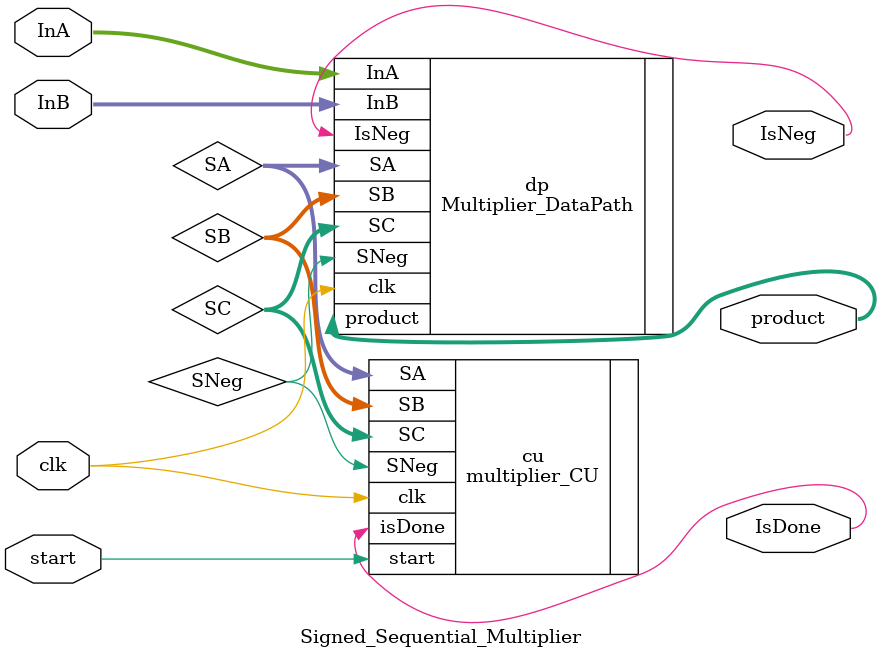
<source format=v>
`timescale 1ns/1ns

module Signed_Sequential_Multiplier(input clk, start, input [7:0] InA, InB, output IsDone, IsNeg, output [15:0] product);
    wire [1:0] SA, SB, SC;
    wire SNeg;
    multiplier_CU cu(.clk(clk), .start(start), .SA(SA), .SB(SB), .SC(SC), .isDone(IsDone), .SNeg(SNeg));
    Multiplier_DataPath dp(.clk(clk), .SNeg(SNeg), .SA(SA), .SB(SB), .SC(SC), .InA(InA), .InB(InB), .IsNeg(IsNeg), .product(product));
endmodule
</source>
